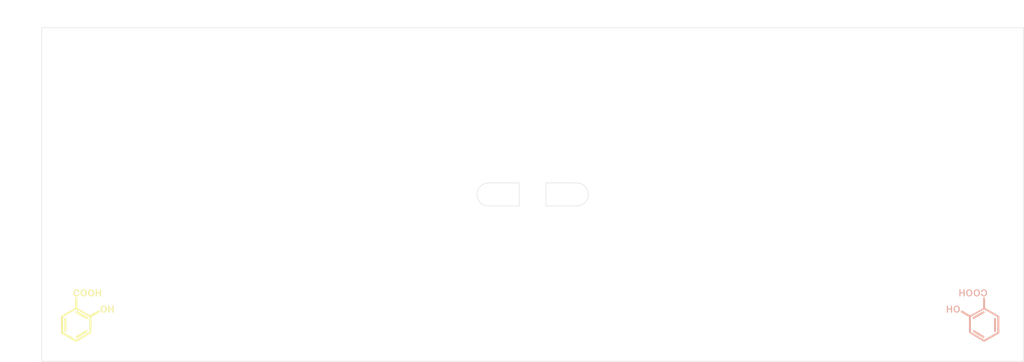
<source format=kicad_pcb>
(kicad_pcb (version 20171130) (host pcbnew "(5.0.1)-3")

  (general
    (thickness 1.6)
    (drawings 14)
    (tracks 0)
    (zones 0)
    (modules 2)
    (nets 1)
  )

  (page A4)
  (layers
    (0 F.Cu signal)
    (31 B.Cu signal)
    (32 B.Adhes user)
    (33 F.Adhes user)
    (34 B.Paste user)
    (35 F.Paste user)
    (36 B.SilkS user)
    (37 F.SilkS user)
    (38 B.Mask user)
    (39 F.Mask user)
    (40 Dwgs.User user)
    (41 Cmts.User user)
    (42 Eco1.User user)
    (43 Eco2.User user)
    (44 Edge.Cuts user)
    (45 Margin user)
    (46 B.CrtYd user)
    (47 F.CrtYd user)
    (48 B.Fab user)
    (49 F.Fab user)
  )

  (setup
    (last_trace_width 0.25)
    (user_trace_width 0.5)
    (trace_clearance 0.2)
    (zone_clearance 0.508)
    (zone_45_only no)
    (trace_min 0.2)
    (segment_width 0.2)
    (edge_width 0.1)
    (via_size 0.8)
    (via_drill 0.4)
    (via_min_size 0.4)
    (via_min_drill 0.3)
    (uvia_size 0.3)
    (uvia_drill 0.1)
    (uvias_allowed no)
    (uvia_min_size 0.2)
    (uvia_min_drill 0.1)
    (pcb_text_width 0.3)
    (pcb_text_size 1.5 1.5)
    (mod_edge_width 0.15)
    (mod_text_size 1 1)
    (mod_text_width 0.15)
    (pad_size 1.5 1.5)
    (pad_drill 0.6)
    (pad_to_mask_clearance 0)
    (solder_mask_min_width 0.25)
    (aux_axis_origin 0 0)
    (visible_elements 7FFFFFFF)
    (pcbplotparams
      (layerselection 0x010f0_ffffffff)
      (usegerberextensions false)
      (usegerberattributes false)
      (usegerberadvancedattributes false)
      (creategerberjobfile false)
      (excludeedgelayer true)
      (linewidth 0.100000)
      (plotframeref false)
      (viasonmask false)
      (mode 1)
      (useauxorigin false)
      (hpglpennumber 1)
      (hpglpenspeed 20)
      (hpglpendiameter 15.000000)
      (psnegative false)
      (psa4output false)
      (plotreference true)
      (plotvalue true)
      (plotinvisibletext false)
      (padsonsilk false)
      (subtractmaskfromsilk false)
      (outputformat 1)
      (mirror false)
      (drillshape 0)
      (scaleselection 1)
      (outputdirectory "../生成ファイル/Base/"))
  )

  (net 0 "")

  (net_class Default "これはデフォルトのネット クラスです。"
    (clearance 0.2)
    (trace_width 0.25)
    (via_dia 0.8)
    (via_drill 0.4)
    (uvia_dia 0.3)
    (uvia_drill 0.1)
  )

  (module logos:salicylic-acid2s (layer F.Cu) (tedit 0) (tstamp 5C8E769F)
    (at 30.5 118)
    (fp_text reference G*** (at 0 0) (layer F.SilkS) hide
      (effects (font (size 1.524 1.524) (thickness 0.3)))
    )
    (fp_text value LOGO (at 0.75 0) (layer F.SilkS) hide
      (effects (font (size 1.524 1.524) (thickness 0.3)))
    )
    (fp_poly (pts (xy -3.65284 -0.356344) (xy -3.567656 -0.310362) (xy -3.437364 -0.238461) (xy -3.268797 -0.144517)
      (xy -3.068786 -0.032406) (xy -2.844164 0.093997) (xy -2.601763 0.230816) (xy -2.348415 0.374176)
      (xy -2.090952 0.5202) (xy -1.836207 0.665014) (xy -1.591011 0.804741) (xy -1.362197 0.935507)
      (xy -1.156598 1.053436) (xy -0.981044 1.154651) (xy -0.842369 1.235278) (xy -0.747405 1.291442)
      (xy -0.702983 1.319265) (xy -0.701264 1.32061) (xy -0.696339 1.363601) (xy -0.720718 1.436348)
      (xy -0.723725 1.442496) (xy -0.772268 1.540486) (xy -0.82692 1.6523) (xy -0.834496 1.667934)
      (xy -0.880207 1.746379) (xy -0.920609 1.78973) (xy -0.930568 1.792865) (xy -0.965912 1.776084)
      (xy -1.054243 1.728709) (xy -1.189852 1.653945) (xy -1.367026 1.554997) (xy -1.580058 1.435073)
      (xy -1.823236 1.297376) (xy -2.090851 1.145114) (xy -2.377192 0.981491) (xy -2.443695 0.943392)
      (xy -3.92219 0.095988) (xy -3.818719 -0.138272) (xy -3.765637 -0.250351) (xy -3.719576 -0.333211)
      (xy -3.689203 -0.371544) (xy -3.686084 -0.372533) (xy -3.65284 -0.356344)) (layer F.SilkS) (width 0.01))
    (fp_poly (pts (xy -6.333067 5.08) (xy -6.841067 5.08) (xy -6.841067 1.490134) (xy -6.333067 1.490134)
      (xy -6.333067 5.08)) (layer F.SilkS) (width 0.01))
    (fp_poly (pts (xy -0.963019 4.611786) (xy -0.926551 4.665818) (xy -0.876676 4.759859) (xy -0.835438 4.848434)
      (xy -0.751418 5.040201) (xy -2.167875 5.889834) (xy -2.449622 6.058466) (xy -2.713966 6.21597)
      (xy -2.955188 6.358989) (xy -3.167566 6.484166) (xy -3.345383 6.588142) (xy -3.482919 6.66756)
      (xy -3.574454 6.719063) (xy -3.61427 6.739293) (xy -3.615185 6.739467) (xy -3.644264 6.711373)
      (xy -3.692483 6.637233) (xy -3.750085 6.532265) (xy -3.757839 6.516979) (xy -3.809251 6.403693)
      (xy -3.838827 6.31565) (xy -3.841263 6.269008) (xy -3.839819 6.267252) (xy -3.805565 6.244922)
      (xy -3.718884 6.191429) (xy -3.585549 6.110256) (xy -3.411335 6.004888) (xy -3.202016 5.878809)
      (xy -2.963365 5.735502) (xy -2.701157 5.578452) (xy -2.421165 5.411143) (xy -2.40829 5.403459)
      (xy -2.078176 5.206878) (xy -1.801336 5.043108) (xy -1.573235 4.909664) (xy -1.389335 4.804061)
      (xy -1.245102 4.723815) (xy -1.135999 4.666441) (xy -1.057489 4.629454) (xy -1.005038 4.61037)
      (xy -0.974109 4.606703) (xy -0.963019 4.611786)) (layer F.SilkS) (width 0.01))
    (fp_poly (pts (xy 1.6256 -5.249333) (xy 2.404533 -5.249333) (xy 2.404533 -5.9944) (xy 2.709333 -5.9944)
      (xy 2.709333 -4.1656) (xy 2.404533 -4.1656) (xy 2.404533 -4.9784) (xy 1.6256 -4.9784)
      (xy 1.6256 -4.1656) (xy 1.3208 -4.1656) (xy 1.3208 -5.9944) (xy 1.6256 -5.9944)
      (xy 1.6256 -5.249333)) (layer F.SilkS) (width 0.01))
    (fp_poly (pts (xy 0.39018 -5.963724) (xy 0.582265 -5.872552) (xy 0.739466 -5.736759) (xy 0.74608 -5.728892)
      (xy 0.855823 -5.547013) (xy 0.922974 -5.329541) (xy 0.947294 -5.093742) (xy 0.928546 -4.856879)
      (xy 0.86649 -4.636218) (xy 0.763707 -4.452695) (xy 0.620093 -4.314337) (xy 0.437727 -4.212464)
      (xy 0.236373 -4.154134) (xy 0.035792 -4.146405) (xy -0.0508 -4.161793) (xy -0.246948 -4.242568)
      (xy -0.420901 -4.370646) (xy -0.557295 -4.531876) (xy -0.638029 -4.702672) (xy -0.663294 -4.838075)
      (xy -0.675039 -5.011829) (xy -0.674383 -5.08) (xy -0.353644 -5.08) (xy -0.335157 -4.8514)
      (xy -0.277725 -4.673039) (xy -0.178393 -4.537775) (xy -0.105059 -4.479313) (xy 0.049296 -4.414016)
      (xy 0.211255 -4.414069) (xy 0.364068 -4.475633) (xy 0.483803 -4.583628) (xy 0.562696 -4.736771)
      (xy 0.602705 -4.939877) (xy 0.608856 -5.077774) (xy 0.587917 -5.307022) (xy 0.526115 -5.494861)
      (xy 0.427175 -5.636031) (xy 0.294819 -5.725268) (xy 0.132771 -5.75731) (xy 0.128011 -5.757333)
      (xy -0.032781 -5.726611) (xy -0.165581 -5.63842) (xy -0.266146 -5.498724) (xy -0.330238 -5.313487)
      (xy -0.353615 -5.088672) (xy -0.353644 -5.08) (xy -0.674383 -5.08) (xy -0.673265 -5.195915)
      (xy -0.657971 -5.362315) (xy -0.638029 -5.457327) (xy -0.565434 -5.609312) (xy -0.44788 -5.759249)
      (xy -0.304955 -5.884552) (xy -0.224961 -5.933591) (xy -0.030476 -5.997836) (xy 0.180252 -6.006682)
      (xy 0.39018 -5.963724)) (layer F.SilkS) (width 0.01))
    (fp_poly (pts (xy -1.574087 -5.963724) (xy -1.382001 -5.872552) (xy -1.224801 -5.736759) (xy -1.218186 -5.728892)
      (xy -1.108444 -5.547013) (xy -1.041293 -5.329541) (xy -1.016972 -5.093742) (xy -1.035721 -4.856879)
      (xy -1.097777 -4.636218) (xy -1.20056 -4.452695) (xy -1.344173 -4.314337) (xy -1.526539 -4.212464)
      (xy -1.727894 -4.154134) (xy -1.928474 -4.146405) (xy -2.015067 -4.161793) (xy -2.211214 -4.242568)
      (xy -2.385167 -4.370646) (xy -2.521561 -4.531876) (xy -2.602296 -4.702672) (xy -2.62756 -4.838075)
      (xy -2.639306 -5.011829) (xy -2.638649 -5.08) (xy -2.31791 -5.08) (xy -2.299423 -4.8514)
      (xy -2.241992 -4.673039) (xy -2.14266 -4.537775) (xy -2.069325 -4.479313) (xy -1.914971 -4.414016)
      (xy -1.753012 -4.414069) (xy -1.600199 -4.475633) (xy -1.480464 -4.583628) (xy -1.40157 -4.736771)
      (xy -1.361562 -4.939877) (xy -1.355411 -5.077774) (xy -1.37635 -5.307022) (xy -1.438151 -5.494861)
      (xy -1.537092 -5.636031) (xy -1.669448 -5.725268) (xy -1.831496 -5.75731) (xy -1.836256 -5.757333)
      (xy -1.997048 -5.726611) (xy -2.129847 -5.63842) (xy -2.230413 -5.498724) (xy -2.294505 -5.313487)
      (xy -2.317882 -5.088672) (xy -2.31791 -5.08) (xy -2.638649 -5.08) (xy -2.637531 -5.195915)
      (xy -2.622238 -5.362315) (xy -2.602296 -5.457327) (xy -2.5297 -5.609312) (xy -2.412146 -5.759249)
      (xy -2.269222 -5.884552) (xy -2.189228 -5.933591) (xy -1.994743 -5.997836) (xy -1.784015 -6.006682)
      (xy -1.574087 -5.963724)) (layer F.SilkS) (width 0.01))
    (fp_poly (pts (xy -3.513912 -5.996729) (xy -3.481824 -5.99047) (xy -3.299844 -5.919186) (xy -3.145072 -5.794821)
      (xy -3.031057 -5.630636) (xy -2.983686 -5.502882) (xy -2.96295 -5.386683) (xy -2.978516 -5.319625)
      (xy -3.037668 -5.289646) (xy -3.115733 -5.284237) (xy -3.205445 -5.29598) (xy -3.263765 -5.341477)
      (xy -3.308281 -5.436134) (xy -3.316286 -5.459892) (xy -3.394096 -5.605264) (xy -3.511959 -5.707072)
      (xy -3.656608 -5.75498) (xy -3.69805 -5.757333) (xy -3.79304 -5.74779) (xy -3.871441 -5.710215)
      (xy -3.961044 -5.631189) (xy -3.962666 -5.62957) (xy -4.074283 -5.474384) (xy -4.143541 -5.285438)
      (xy -4.17019 -5.079507) (xy -4.153981 -4.873368) (xy -4.094664 -4.683796) (xy -3.991992 -4.527567)
      (xy -3.979229 -4.514322) (xy -3.900817 -4.445568) (xy -3.825884 -4.412557) (xy -3.722605 -4.402891)
      (xy -3.692627 -4.402667) (xy -3.577353 -4.40962) (xy -3.481321 -4.427297) (xy -3.449295 -4.439266)
      (xy -3.389265 -4.49777) (xy -3.328127 -4.597187) (xy -3.278512 -4.712104) (xy -3.25305 -4.817109)
      (xy -3.251944 -4.836322) (xy -3.245415 -4.8831) (xy -3.215242 -4.904188) (xy -3.143769 -4.906988)
      (xy -3.090333 -4.904055) (xy -2.993638 -4.895308) (xy -2.947783 -4.877182) (xy -2.935944 -4.83726)
      (xy -2.938665 -4.792133) (xy -2.98558 -4.58634) (xy -3.081286 -4.407069) (xy -3.216629 -4.266419)
      (xy -3.382454 -4.176492) (xy -3.411141 -4.167636) (xy -3.612631 -4.136467) (xy -3.822642 -4.145357)
      (xy -3.975108 -4.181487) (xy -4.15201 -4.278434) (xy -4.295178 -4.424273) (xy -4.402235 -4.607856)
      (xy -4.470805 -4.818037) (xy -4.49851 -5.043669) (xy -4.482972 -5.273605) (xy -4.421815 -5.496699)
      (xy -4.312662 -5.701803) (xy -4.302408 -5.716241) (xy -4.153171 -5.866997) (xy -3.965945 -5.966024)
      (xy -3.749826 -6.010281) (xy -3.513912 -5.996729)) (layer F.SilkS) (width 0.01))
    (fp_poly (pts (xy 4.910667 -1.016) (xy 5.6896 -1.016) (xy 5.6896 -1.761066) (xy 5.9944 -1.761066)
      (xy 5.9944 0.067733) (xy 5.6896 0.067733) (xy 5.6896 -0.745067) (xy 4.910667 -0.745067)
      (xy 4.910667 0.067733) (xy 4.605867 0.067733) (xy 4.605867 -1.761066) (xy 4.910667 -1.761066)
      (xy 4.910667 -1.016)) (layer F.SilkS) (width 0.01))
    (fp_poly (pts (xy 3.675246 -1.73039) (xy 3.867332 -1.639218) (xy 4.024533 -1.503426) (xy 4.031147 -1.495559)
      (xy 4.14089 -1.31368) (xy 4.20804 -1.096208) (xy 4.232361 -0.860408) (xy 4.213612 -0.623545)
      (xy 4.151556 -0.402885) (xy 4.048774 -0.219361) (xy 3.90516 -0.081003) (xy 3.722794 0.02087)
      (xy 3.521439 0.0792) (xy 3.320859 0.086928) (xy 3.234267 0.071541) (xy 3.038119 -0.009234)
      (xy 2.864166 -0.137312) (xy 2.727772 -0.298542) (xy 2.647037 -0.469339) (xy 2.621773 -0.604741)
      (xy 2.610028 -0.778495) (xy 2.610684 -0.846667) (xy 2.931423 -0.846667) (xy 2.94991 -0.618067)
      (xy 3.007342 -0.439706) (xy 3.106674 -0.304441) (xy 3.180008 -0.24598) (xy 3.334363 -0.180682)
      (xy 3.496322 -0.180736) (xy 3.649135 -0.2423) (xy 3.76887 -0.350294) (xy 3.847763 -0.503438)
      (xy 3.887772 -0.706544) (xy 3.893923 -0.844441) (xy 3.872984 -1.073688) (xy 3.811182 -1.261528)
      (xy 3.712241 -1.402697) (xy 3.579885 -1.491935) (xy 3.417837 -1.523977) (xy 3.413077 -1.524)
      (xy 3.252285 -1.493278) (xy 3.119486 -1.405087) (xy 3.01892 -1.265391) (xy 2.954828 -1.080154)
      (xy 2.931452 -0.855339) (xy 2.931423 -0.846667) (xy 2.610684 -0.846667) (xy 2.611802 -0.962582)
      (xy 2.627095 -1.128982) (xy 2.647037 -1.223994) (xy 2.719633 -1.375979) (xy 2.837187 -1.525915)
      (xy 2.980112 -1.651218) (xy 3.060105 -1.700257) (xy 3.254591 -1.764502) (xy 3.465319 -1.773349)
      (xy 3.675246 -1.73039)) (layer F.SilkS) (width 0.01))
    (fp_poly (pts (xy -3.471333 -1.103234) (xy -1.829736 -0.164989) (xy -1.471231 0.039602) (xy -1.166793 0.212541)
      (xy -0.911923 0.3562) (xy -0.702121 0.472955) (xy -0.532889 0.565179) (xy -0.399727 0.635245)
      (xy -0.298136 0.68553) (xy -0.223618 0.718405) (xy -0.171672 0.736245) (xy -0.1378 0.741425)
      (xy -0.119469 0.737446) (xy -0.074873 0.712685) (xy 0.021288 0.658257) (xy 0.161856 0.578248)
      (xy 0.339671 0.476746) (xy 0.547573 0.357836) (xy 0.778405 0.225604) (xy 0.999181 0.098961)
      (xy 1.243753 -0.04113) (xy 1.471258 -0.170889) (xy 1.674653 -0.28634) (xy 1.846894 -0.38351)
      (xy 1.980937 -0.458422) (xy 2.069739 -0.507104) (xy 2.105281 -0.525251) (xy 2.143652 -0.522078)
      (xy 2.189616 -0.478224) (xy 2.250963 -0.384977) (xy 2.287266 -0.321718) (xy 2.347366 -0.203834)
      (xy 2.381394 -0.114719) (xy 2.384235 -0.067986) (xy 2.383126 -0.066646) (xy 2.347745 -0.043424)
      (xy 2.260322 0.009398) (xy 2.127647 0.08785) (xy 1.956505 0.18796) (xy 1.753684 0.305758)
      (xy 1.525973 0.437272) (xy 1.286628 0.574825) (xy 0.220133 1.186291) (xy 0.2032 3.255626)
      (xy 0.186266 5.32496) (xy -1.769889 6.52328) (xy -2.100463 6.725708) (xy -2.413733 6.917386)
      (xy -2.704973 7.095433) (xy -2.96946 7.25697) (xy -3.202469 7.399114) (xy -3.399275 7.518985)
      (xy -3.555155 7.613702) (xy -3.665384 7.680384) (xy -3.725237 7.716149) (xy -3.734989 7.7216)
      (xy -3.765109 7.705208) (xy -3.849177 7.657861) (xy -3.982382 7.582302) (xy -4.159917 7.481273)
      (xy -4.376971 7.357518) (xy -4.628736 7.21378) (xy -4.910403 7.052801) (xy -5.217164 6.877325)
      (xy -5.544208 6.690095) (xy -5.732766 6.582082) (xy -7.7216 5.442565) (xy -7.720373 3.220816)
      (xy -7.719258 1.202267) (xy -7.177965 1.202267) (xy -7.170383 3.196828) (xy -7.1628 5.191388)
      (xy -5.452533 6.164709) (xy -3.742267 7.138029) (xy -3.623734 7.075699) (xy -3.572434 7.04711)
      (xy -3.468465 6.987798) (xy -3.317679 6.901146) (xy -3.125925 6.790536) (xy -2.899057 6.65935)
      (xy -2.642925 6.51097) (xy -2.363381 6.348776) (xy -2.066277 6.176152) (xy -1.913467 6.087275)
      (xy -0.321734 5.161179) (xy -0.314197 3.16479) (xy -0.306661 1.1684) (xy -2.000492 0.2032)
      (xy -2.311764 0.026113) (xy -2.606198 -0.140842) (xy -2.878408 -0.294649) (xy -3.12301 -0.432292)
      (xy -3.33462 -0.550754) (xy -3.507853 -0.647019) (xy -3.637324 -0.71807) (xy -3.717649 -0.760893)
      (xy -3.742831 -0.772783) (xy -3.78016 -0.758056) (xy -3.870469 -0.71184) (xy -4.008439 -0.637136)
      (xy -4.188754 -0.53694) (xy -4.406097 -0.414251) (xy -4.65515 -0.272068) (xy -4.930594 -0.113388)
      (xy -5.227114 0.05879) (xy -5.484652 0.20935) (xy -7.177965 1.202267) (xy -7.719258 1.202267)
      (xy -7.719145 0.999067) (xy -5.857756 -0.084667) (xy -3.996367 -1.1684) (xy -3.996267 -3.8608)
      (xy -3.489027 -3.8608) (xy -3.471333 -1.103234)) (layer F.SilkS) (width 0.01))
  )

  (module logos:salicylic-acid2s (layer B.Cu) (tedit 0) (tstamp 5C8E76BA)
    (at 259.75 118 180)
    (fp_text reference G*** (at 0 0 180) (layer B.SilkS) hide
      (effects (font (size 1.524 1.524) (thickness 0.3)) (justify mirror))
    )
    (fp_text value LOGO (at 0.75 0 180) (layer B.SilkS) hide
      (effects (font (size 1.524 1.524) (thickness 0.3)) (justify mirror))
    )
    (fp_poly (pts (xy -3.65284 0.356344) (xy -3.567656 0.310362) (xy -3.437364 0.238461) (xy -3.268797 0.144517)
      (xy -3.068786 0.032406) (xy -2.844164 -0.093997) (xy -2.601763 -0.230816) (xy -2.348415 -0.374176)
      (xy -2.090952 -0.5202) (xy -1.836207 -0.665014) (xy -1.591011 -0.804741) (xy -1.362197 -0.935507)
      (xy -1.156598 -1.053436) (xy -0.981044 -1.154651) (xy -0.842369 -1.235278) (xy -0.747405 -1.291442)
      (xy -0.702983 -1.319265) (xy -0.701264 -1.32061) (xy -0.696339 -1.363601) (xy -0.720718 -1.436348)
      (xy -0.723725 -1.442496) (xy -0.772268 -1.540486) (xy -0.82692 -1.6523) (xy -0.834496 -1.667934)
      (xy -0.880207 -1.746379) (xy -0.920609 -1.78973) (xy -0.930568 -1.792865) (xy -0.965912 -1.776084)
      (xy -1.054243 -1.728709) (xy -1.189852 -1.653945) (xy -1.367026 -1.554997) (xy -1.580058 -1.435073)
      (xy -1.823236 -1.297376) (xy -2.090851 -1.145114) (xy -2.377192 -0.981491) (xy -2.443695 -0.943392)
      (xy -3.92219 -0.095988) (xy -3.818719 0.138272) (xy -3.765637 0.250351) (xy -3.719576 0.333211)
      (xy -3.689203 0.371544) (xy -3.686084 0.372533) (xy -3.65284 0.356344)) (layer B.SilkS) (width 0.01))
    (fp_poly (pts (xy -6.333067 -5.08) (xy -6.841067 -5.08) (xy -6.841067 -1.490134) (xy -6.333067 -1.490134)
      (xy -6.333067 -5.08)) (layer B.SilkS) (width 0.01))
    (fp_poly (pts (xy -0.963019 -4.611786) (xy -0.926551 -4.665818) (xy -0.876676 -4.759859) (xy -0.835438 -4.848434)
      (xy -0.751418 -5.040201) (xy -2.167875 -5.889834) (xy -2.449622 -6.058466) (xy -2.713966 -6.21597)
      (xy -2.955188 -6.358989) (xy -3.167566 -6.484166) (xy -3.345383 -6.588142) (xy -3.482919 -6.66756)
      (xy -3.574454 -6.719063) (xy -3.61427 -6.739293) (xy -3.615185 -6.739467) (xy -3.644264 -6.711373)
      (xy -3.692483 -6.637233) (xy -3.750085 -6.532265) (xy -3.757839 -6.516979) (xy -3.809251 -6.403693)
      (xy -3.838827 -6.31565) (xy -3.841263 -6.269008) (xy -3.839819 -6.267252) (xy -3.805565 -6.244922)
      (xy -3.718884 -6.191429) (xy -3.585549 -6.110256) (xy -3.411335 -6.004888) (xy -3.202016 -5.878809)
      (xy -2.963365 -5.735502) (xy -2.701157 -5.578452) (xy -2.421165 -5.411143) (xy -2.40829 -5.403459)
      (xy -2.078176 -5.206878) (xy -1.801336 -5.043108) (xy -1.573235 -4.909664) (xy -1.389335 -4.804061)
      (xy -1.245102 -4.723815) (xy -1.135999 -4.666441) (xy -1.057489 -4.629454) (xy -1.005038 -4.61037)
      (xy -0.974109 -4.606703) (xy -0.963019 -4.611786)) (layer B.SilkS) (width 0.01))
    (fp_poly (pts (xy 1.6256 5.249333) (xy 2.404533 5.249333) (xy 2.404533 5.9944) (xy 2.709333 5.9944)
      (xy 2.709333 4.1656) (xy 2.404533 4.1656) (xy 2.404533 4.9784) (xy 1.6256 4.9784)
      (xy 1.6256 4.1656) (xy 1.3208 4.1656) (xy 1.3208 5.9944) (xy 1.6256 5.9944)
      (xy 1.6256 5.249333)) (layer B.SilkS) (width 0.01))
    (fp_poly (pts (xy 0.39018 5.963724) (xy 0.582265 5.872552) (xy 0.739466 5.736759) (xy 0.74608 5.728892)
      (xy 0.855823 5.547013) (xy 0.922974 5.329541) (xy 0.947294 5.093742) (xy 0.928546 4.856879)
      (xy 0.86649 4.636218) (xy 0.763707 4.452695) (xy 0.620093 4.314337) (xy 0.437727 4.212464)
      (xy 0.236373 4.154134) (xy 0.035792 4.146405) (xy -0.0508 4.161793) (xy -0.246948 4.242568)
      (xy -0.420901 4.370646) (xy -0.557295 4.531876) (xy -0.638029 4.702672) (xy -0.663294 4.838075)
      (xy -0.675039 5.011829) (xy -0.674383 5.08) (xy -0.353644 5.08) (xy -0.335157 4.8514)
      (xy -0.277725 4.673039) (xy -0.178393 4.537775) (xy -0.105059 4.479313) (xy 0.049296 4.414016)
      (xy 0.211255 4.414069) (xy 0.364068 4.475633) (xy 0.483803 4.583628) (xy 0.562696 4.736771)
      (xy 0.602705 4.939877) (xy 0.608856 5.077774) (xy 0.587917 5.307022) (xy 0.526115 5.494861)
      (xy 0.427175 5.636031) (xy 0.294819 5.725268) (xy 0.132771 5.75731) (xy 0.128011 5.757333)
      (xy -0.032781 5.726611) (xy -0.165581 5.63842) (xy -0.266146 5.498724) (xy -0.330238 5.313487)
      (xy -0.353615 5.088672) (xy -0.353644 5.08) (xy -0.674383 5.08) (xy -0.673265 5.195915)
      (xy -0.657971 5.362315) (xy -0.638029 5.457327) (xy -0.565434 5.609312) (xy -0.44788 5.759249)
      (xy -0.304955 5.884552) (xy -0.224961 5.933591) (xy -0.030476 5.997836) (xy 0.180252 6.006682)
      (xy 0.39018 5.963724)) (layer B.SilkS) (width 0.01))
    (fp_poly (pts (xy -1.574087 5.963724) (xy -1.382001 5.872552) (xy -1.224801 5.736759) (xy -1.218186 5.728892)
      (xy -1.108444 5.547013) (xy -1.041293 5.329541) (xy -1.016972 5.093742) (xy -1.035721 4.856879)
      (xy -1.097777 4.636218) (xy -1.20056 4.452695) (xy -1.344173 4.314337) (xy -1.526539 4.212464)
      (xy -1.727894 4.154134) (xy -1.928474 4.146405) (xy -2.015067 4.161793) (xy -2.211214 4.242568)
      (xy -2.385167 4.370646) (xy -2.521561 4.531876) (xy -2.602296 4.702672) (xy -2.62756 4.838075)
      (xy -2.639306 5.011829) (xy -2.638649 5.08) (xy -2.31791 5.08) (xy -2.299423 4.8514)
      (xy -2.241992 4.673039) (xy -2.14266 4.537775) (xy -2.069325 4.479313) (xy -1.914971 4.414016)
      (xy -1.753012 4.414069) (xy -1.600199 4.475633) (xy -1.480464 4.583628) (xy -1.40157 4.736771)
      (xy -1.361562 4.939877) (xy -1.355411 5.077774) (xy -1.37635 5.307022) (xy -1.438151 5.494861)
      (xy -1.537092 5.636031) (xy -1.669448 5.725268) (xy -1.831496 5.75731) (xy -1.836256 5.757333)
      (xy -1.997048 5.726611) (xy -2.129847 5.63842) (xy -2.230413 5.498724) (xy -2.294505 5.313487)
      (xy -2.317882 5.088672) (xy -2.31791 5.08) (xy -2.638649 5.08) (xy -2.637531 5.195915)
      (xy -2.622238 5.362315) (xy -2.602296 5.457327) (xy -2.5297 5.609312) (xy -2.412146 5.759249)
      (xy -2.269222 5.884552) (xy -2.189228 5.933591) (xy -1.994743 5.997836) (xy -1.784015 6.006682)
      (xy -1.574087 5.963724)) (layer B.SilkS) (width 0.01))
    (fp_poly (pts (xy -3.513912 5.996729) (xy -3.481824 5.99047) (xy -3.299844 5.919186) (xy -3.145072 5.794821)
      (xy -3.031057 5.630636) (xy -2.983686 5.502882) (xy -2.96295 5.386683) (xy -2.978516 5.319625)
      (xy -3.037668 5.289646) (xy -3.115733 5.284237) (xy -3.205445 5.29598) (xy -3.263765 5.341477)
      (xy -3.308281 5.436134) (xy -3.316286 5.459892) (xy -3.394096 5.605264) (xy -3.511959 5.707072)
      (xy -3.656608 5.75498) (xy -3.69805 5.757333) (xy -3.79304 5.74779) (xy -3.871441 5.710215)
      (xy -3.961044 5.631189) (xy -3.962666 5.62957) (xy -4.074283 5.474384) (xy -4.143541 5.285438)
      (xy -4.17019 5.079507) (xy -4.153981 4.873368) (xy -4.094664 4.683796) (xy -3.991992 4.527567)
      (xy -3.979229 4.514322) (xy -3.900817 4.445568) (xy -3.825884 4.412557) (xy -3.722605 4.402891)
      (xy -3.692627 4.402667) (xy -3.577353 4.40962) (xy -3.481321 4.427297) (xy -3.449295 4.439266)
      (xy -3.389265 4.49777) (xy -3.328127 4.597187) (xy -3.278512 4.712104) (xy -3.25305 4.817109)
      (xy -3.251944 4.836322) (xy -3.245415 4.8831) (xy -3.215242 4.904188) (xy -3.143769 4.906988)
      (xy -3.090333 4.904055) (xy -2.993638 4.895308) (xy -2.947783 4.877182) (xy -2.935944 4.83726)
      (xy -2.938665 4.792133) (xy -2.98558 4.58634) (xy -3.081286 4.407069) (xy -3.216629 4.266419)
      (xy -3.382454 4.176492) (xy -3.411141 4.167636) (xy -3.612631 4.136467) (xy -3.822642 4.145357)
      (xy -3.975108 4.181487) (xy -4.15201 4.278434) (xy -4.295178 4.424273) (xy -4.402235 4.607856)
      (xy -4.470805 4.818037) (xy -4.49851 5.043669) (xy -4.482972 5.273605) (xy -4.421815 5.496699)
      (xy -4.312662 5.701803) (xy -4.302408 5.716241) (xy -4.153171 5.866997) (xy -3.965945 5.966024)
      (xy -3.749826 6.010281) (xy -3.513912 5.996729)) (layer B.SilkS) (width 0.01))
    (fp_poly (pts (xy 4.910667 1.016) (xy 5.6896 1.016) (xy 5.6896 1.761066) (xy 5.9944 1.761066)
      (xy 5.9944 -0.067733) (xy 5.6896 -0.067733) (xy 5.6896 0.745067) (xy 4.910667 0.745067)
      (xy 4.910667 -0.067733) (xy 4.605867 -0.067733) (xy 4.605867 1.761066) (xy 4.910667 1.761066)
      (xy 4.910667 1.016)) (layer B.SilkS) (width 0.01))
    (fp_poly (pts (xy 3.675246 1.73039) (xy 3.867332 1.639218) (xy 4.024533 1.503426) (xy 4.031147 1.495559)
      (xy 4.14089 1.31368) (xy 4.20804 1.096208) (xy 4.232361 0.860408) (xy 4.213612 0.623545)
      (xy 4.151556 0.402885) (xy 4.048774 0.219361) (xy 3.90516 0.081003) (xy 3.722794 -0.02087)
      (xy 3.521439 -0.0792) (xy 3.320859 -0.086928) (xy 3.234267 -0.071541) (xy 3.038119 0.009234)
      (xy 2.864166 0.137312) (xy 2.727772 0.298542) (xy 2.647037 0.469339) (xy 2.621773 0.604741)
      (xy 2.610028 0.778495) (xy 2.610684 0.846667) (xy 2.931423 0.846667) (xy 2.94991 0.618067)
      (xy 3.007342 0.439706) (xy 3.106674 0.304441) (xy 3.180008 0.24598) (xy 3.334363 0.180682)
      (xy 3.496322 0.180736) (xy 3.649135 0.2423) (xy 3.76887 0.350294) (xy 3.847763 0.503438)
      (xy 3.887772 0.706544) (xy 3.893923 0.844441) (xy 3.872984 1.073688) (xy 3.811182 1.261528)
      (xy 3.712241 1.402697) (xy 3.579885 1.491935) (xy 3.417837 1.523977) (xy 3.413077 1.524)
      (xy 3.252285 1.493278) (xy 3.119486 1.405087) (xy 3.01892 1.265391) (xy 2.954828 1.080154)
      (xy 2.931452 0.855339) (xy 2.931423 0.846667) (xy 2.610684 0.846667) (xy 2.611802 0.962582)
      (xy 2.627095 1.128982) (xy 2.647037 1.223994) (xy 2.719633 1.375979) (xy 2.837187 1.525915)
      (xy 2.980112 1.651218) (xy 3.060105 1.700257) (xy 3.254591 1.764502) (xy 3.465319 1.773349)
      (xy 3.675246 1.73039)) (layer B.SilkS) (width 0.01))
    (fp_poly (pts (xy -3.471333 1.103234) (xy -1.829736 0.164989) (xy -1.471231 -0.039602) (xy -1.166793 -0.212541)
      (xy -0.911923 -0.3562) (xy -0.702121 -0.472955) (xy -0.532889 -0.565179) (xy -0.399727 -0.635245)
      (xy -0.298136 -0.68553) (xy -0.223618 -0.718405) (xy -0.171672 -0.736245) (xy -0.1378 -0.741425)
      (xy -0.119469 -0.737446) (xy -0.074873 -0.712685) (xy 0.021288 -0.658257) (xy 0.161856 -0.578248)
      (xy 0.339671 -0.476746) (xy 0.547573 -0.357836) (xy 0.778405 -0.225604) (xy 0.999181 -0.098961)
      (xy 1.243753 0.04113) (xy 1.471258 0.170889) (xy 1.674653 0.28634) (xy 1.846894 0.38351)
      (xy 1.980937 0.458422) (xy 2.069739 0.507104) (xy 2.105281 0.525251) (xy 2.143652 0.522078)
      (xy 2.189616 0.478224) (xy 2.250963 0.384977) (xy 2.287266 0.321718) (xy 2.347366 0.203834)
      (xy 2.381394 0.114719) (xy 2.384235 0.067986) (xy 2.383126 0.066646) (xy 2.347745 0.043424)
      (xy 2.260322 -0.009398) (xy 2.127647 -0.08785) (xy 1.956505 -0.18796) (xy 1.753684 -0.305758)
      (xy 1.525973 -0.437272) (xy 1.286628 -0.574825) (xy 0.220133 -1.186291) (xy 0.2032 -3.255626)
      (xy 0.186266 -5.32496) (xy -1.769889 -6.52328) (xy -2.100463 -6.725708) (xy -2.413733 -6.917386)
      (xy -2.704973 -7.095433) (xy -2.96946 -7.25697) (xy -3.202469 -7.399114) (xy -3.399275 -7.518985)
      (xy -3.555155 -7.613702) (xy -3.665384 -7.680384) (xy -3.725237 -7.716149) (xy -3.734989 -7.7216)
      (xy -3.765109 -7.705208) (xy -3.849177 -7.657861) (xy -3.982382 -7.582302) (xy -4.159917 -7.481273)
      (xy -4.376971 -7.357518) (xy -4.628736 -7.21378) (xy -4.910403 -7.052801) (xy -5.217164 -6.877325)
      (xy -5.544208 -6.690095) (xy -5.732766 -6.582082) (xy -7.7216 -5.442565) (xy -7.720373 -3.220816)
      (xy -7.719258 -1.202267) (xy -7.177965 -1.202267) (xy -7.170383 -3.196828) (xy -7.1628 -5.191388)
      (xy -5.452533 -6.164709) (xy -3.742267 -7.138029) (xy -3.623734 -7.075699) (xy -3.572434 -7.04711)
      (xy -3.468465 -6.987798) (xy -3.317679 -6.901146) (xy -3.125925 -6.790536) (xy -2.899057 -6.65935)
      (xy -2.642925 -6.51097) (xy -2.363381 -6.348776) (xy -2.066277 -6.176152) (xy -1.913467 -6.087275)
      (xy -0.321734 -5.161179) (xy -0.314197 -3.16479) (xy -0.306661 -1.1684) (xy -2.000492 -0.2032)
      (xy -2.311764 -0.026113) (xy -2.606198 0.140842) (xy -2.878408 0.294649) (xy -3.12301 0.432292)
      (xy -3.33462 0.550754) (xy -3.507853 0.647019) (xy -3.637324 0.71807) (xy -3.717649 0.760893)
      (xy -3.742831 0.772783) (xy -3.78016 0.758056) (xy -3.870469 0.71184) (xy -4.008439 0.637136)
      (xy -4.188754 0.53694) (xy -4.406097 0.414251) (xy -4.65515 0.272068) (xy -4.930594 0.113388)
      (xy -5.227114 -0.05879) (xy -5.484652 -0.20935) (xy -7.177965 -1.202267) (xy -7.719258 -1.202267)
      (xy -7.719145 -0.999067) (xy -5.857756 0.084667) (xy -3.996367 1.1684) (xy -3.996267 3.8608)
      (xy -3.489027 3.8608) (xy -3.471333 1.103234)) (layer B.SilkS) (width 0.01))
  )

  (dimension 256 (width 0.3) (layer B.CrtYd)
    (gr_text "256.000 mm" (at 145.75 37.65) (layer B.CrtYd)
      (effects (font (size 1.5 1.5) (thickness 0.3)))
    )
    (feature1 (pts (xy 273.75 43.75) (xy 273.75 39.163579)))
    (feature2 (pts (xy 17.75 43.75) (xy 17.75 39.163579)))
    (crossbar (pts (xy 17.75 39.75) (xy 273.75 39.75)))
    (arrow1a (pts (xy 273.75 39.75) (xy 272.623496 40.336421)))
    (arrow1b (pts (xy 273.75 39.75) (xy 272.623496 39.163579)))
    (arrow2a (pts (xy 17.75 39.75) (xy 18.876504 40.336421)))
    (arrow2b (pts (xy 17.75 39.75) (xy 18.876504 39.163579)))
  )
  (dimension 87 (width 0.3) (layer B.CrtYd)
    (gr_text "87.000 mm" (at 12.4 87.25 90) (layer B.CrtYd)
      (effects (font (size 1.5 1.5) (thickness 0.3)))
    )
    (feature1 (pts (xy 17.75 43.75) (xy 13.913579 43.75)))
    (feature2 (pts (xy 17.75 130.75) (xy 13.913579 130.75)))
    (crossbar (pts (xy 14.5 130.75) (xy 14.5 43.75)))
    (arrow1a (pts (xy 14.5 43.75) (xy 15.086421 44.876504)))
    (arrow1b (pts (xy 14.5 43.75) (xy 13.913579 44.876504)))
    (arrow2a (pts (xy 14.5 130.75) (xy 15.086421 129.623496)))
    (arrow2b (pts (xy 14.5 130.75) (xy 13.913579 129.623496)))
  )
  (gr_arc (start 134.25 87.25) (end 134.25 84.25) (angle -180) (layer Edge.Cuts) (width 0.1))
  (gr_line (start 149.25 90.25) (end 149.25 84.25) (layer Edge.Cuts) (width 0.1))
  (gr_arc (start 157.25 87.25) (end 157.25 90.25) (angle -180) (layer Edge.Cuts) (width 0.1))
  (gr_line (start 142.25 90.25) (end 134.25 90.25) (layer Edge.Cuts) (width 0.1))
  (gr_line (start 142.25 84.25) (end 142.25 90.25) (layer Edge.Cuts) (width 0.1))
  (gr_line (start 134.25 84.25) (end 142.25 84.25) (layer Edge.Cuts) (width 0.1))
  (gr_line (start 157.25 84.25) (end 149.25 84.25) (layer Edge.Cuts) (width 0.1))
  (gr_line (start 149.25 90.25) (end 157.25 90.25) (layer Edge.Cuts) (width 0.1))
  (gr_line (start 17.75 43.75) (end 273.75 43.75) (layer Edge.Cuts) (width 0.1))
  (gr_line (start 17.75 130.75) (end 17.75 43.75) (layer Edge.Cuts) (width 0.1))
  (gr_line (start 273.75 130.75) (end 17.75 130.75) (layer Edge.Cuts) (width 0.1))
  (gr_line (start 273.75 43.75) (end 273.75 130.75) (layer Edge.Cuts) (width 0.1))

  (zone (net 0) (net_name "") (layers F&B.Cu) (tstamp 0) (hatch edge 0.508)
    (connect_pads (clearance 0.508))
    (min_thickness 0.254)
    (keepout (tracks not_allowed) (vias not_allowed) (copperpour not_allowed))
    (fill (arc_segments 16) (thermal_gap 0.508) (thermal_bridge_width 0.508))
    (polygon
      (pts
        (xy 149.25 84.25) (xy 157.25 84.25) (xy 158.05 84.35) (xy 158.55 84.55) (xy 159.05 84.85)
        (xy 159.6 85.4) (xy 159.9 85.9) (xy 160.15 86.55) (xy 160.25 87.15) (xy 160.15 88)
        (xy 159.9 88.65) (xy 159.45 89.3) (xy 158.95 89.7) (xy 158.45 90) (xy 157.55 90.25)
        (xy 149.25 90.25)
      )
    )
  )
  (zone (net 0) (net_name "") (layers F&B.Cu) (tstamp 0) (hatch edge 0.508)
    (connect_pads (clearance 0.508))
    (min_thickness 0.254)
    (keepout (tracks not_allowed) (vias not_allowed) (copperpour not_allowed))
    (fill (arc_segments 16) (thermal_gap 0.508) (thermal_bridge_width 0.508))
    (polygon
      (pts
        (xy 142.25 84.25) (xy 134.05 84.25) (xy 133.45 84.35) (xy 132.95 84.55) (xy 132.5 84.8)
        (xy 132.15 85.1) (xy 131.9 85.4) (xy 131.65 85.75) (xy 131.35 86.4) (xy 131.25 87)
        (xy 131.25 87.45) (xy 131.35 88) (xy 131.45 88.35) (xy 131.7 88.8) (xy 131.95 89.15)
        (xy 132.2 89.45) (xy 132.55 89.7) (xy 132.95 90) (xy 133.35 90.1) (xy 133.65 90.2)
        (xy 134.25 90.25) (xy 136.1 90.25) (xy 142.25 90.25)
      )
    )
  )
)

</source>
